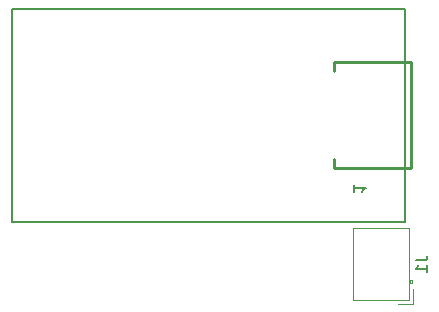
<source format=gbo>
%TF.GenerationSoftware,KiCad,Pcbnew,9.0.5*%
%TF.CreationDate,2025-10-27T12:52:04+01:00*%
%TF.ProjectId,mastermind,6d617374-6572-46d6-996e-642e6b696361,rev?*%
%TF.SameCoordinates,Original*%
%TF.FileFunction,Legend,Bot*%
%TF.FilePolarity,Positive*%
%FSLAX46Y46*%
G04 Gerber Fmt 4.6, Leading zero omitted, Abs format (unit mm)*
G04 Created by KiCad (PCBNEW 9.0.5) date 2025-10-27 12:52:04*
%MOMM*%
%LPD*%
G01*
G04 APERTURE LIST*
%ADD10C,0.150000*%
%ADD11C,0.254000*%
%ADD12C,0.200000*%
%ADD13C,0.120000*%
G04 APERTURE END LIST*
D10*
X157123162Y-96275943D02*
X157123162Y-96847371D01*
X157123162Y-96561657D02*
X158123162Y-96561657D01*
X158123162Y-96561657D02*
X157980305Y-96656895D01*
X157980305Y-96656895D02*
X157885067Y-96752133D01*
X157885067Y-96752133D02*
X157837448Y-96847371D01*
X162354819Y-102666666D02*
X163069104Y-102666666D01*
X163069104Y-102666666D02*
X163211961Y-102619047D01*
X163211961Y-102619047D02*
X163307200Y-102523809D01*
X163307200Y-102523809D02*
X163354819Y-102380952D01*
X163354819Y-102380952D02*
X163354819Y-102285714D01*
X163354819Y-103666666D02*
X163354819Y-103095238D01*
X163354819Y-103380952D02*
X162354819Y-103380952D01*
X162354819Y-103380952D02*
X162497676Y-103285714D01*
X162497676Y-103285714D02*
X162592914Y-103190476D01*
X162592914Y-103190476D02*
X162640533Y-103095238D01*
D11*
%TO.C,U1*%
X161952440Y-94879990D02*
X155452450Y-94879990D01*
X155452450Y-94175520D02*
X155452450Y-94121060D01*
X155452450Y-94884460D02*
X155452450Y-94175520D01*
X155452450Y-86638810D02*
X155452450Y-85880010D01*
X161952440Y-85880010D02*
X155452450Y-85880010D01*
D12*
X161488391Y-81357540D02*
X128150010Y-81357540D01*
X128150010Y-99402441D01*
X161488391Y-99402441D01*
X161488391Y-81357540D01*
D11*
X161952440Y-94830000D02*
X161952440Y-85880010D01*
X161952440Y-94879990D02*
X161952440Y-94830000D01*
X155452450Y-86638810D02*
X155452450Y-85880010D01*
X155452450Y-94175520D02*
X155452450Y-94121060D01*
X155452450Y-94884460D02*
X155452450Y-94175520D01*
X161952440Y-85880010D02*
X155452450Y-85880010D01*
X161952440Y-94830000D02*
X161952440Y-85880010D01*
X161952440Y-94879990D02*
X155452450Y-94879990D01*
X161952440Y-94879990D02*
X161952440Y-94830000D01*
D13*
%TO.C,J1*%
X157090000Y-99940000D02*
X161810000Y-99940000D01*
X157090000Y-106060000D02*
X157090000Y-99940000D01*
X161810000Y-99940000D02*
X161810000Y-106060000D01*
X161810000Y-104300000D02*
X162010000Y-104300000D01*
X161810000Y-106060000D02*
X157090000Y-106060000D01*
X161910000Y-104300000D02*
X161910000Y-104600000D01*
X162010000Y-104300000D02*
X162010000Y-104600000D01*
X162010000Y-104600000D02*
X161810000Y-104600000D01*
X162110000Y-105110000D02*
X162110000Y-106360000D01*
X162110000Y-106360000D02*
X160860000Y-106360000D01*
%TD*%
M02*

</source>
